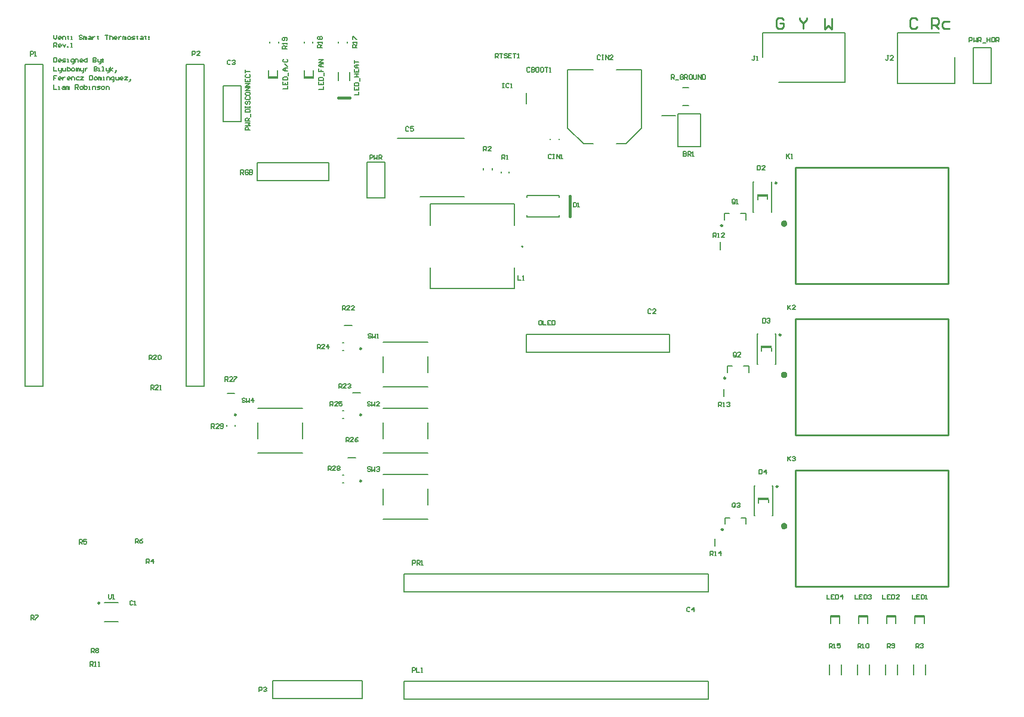
<source format=gto>
G04*
G04 #@! TF.GenerationSoftware,Altium Limited,Altium Designer,19.1.8 (144)*
G04*
G04 Layer_Color=65535*
%FSTAX44Y44*%
%MOMM*%
G71*
G01*
G75*
%ADD10C,0.2500*%
%ADD11C,0.5000*%
%ADD12C,0.2000*%
%ADD13C,0.2540*%
%ADD14C,0.4000*%
%ADD15C,0.1270*%
%ADD16R,1.3000X0.2040*%
%ADD17R,0.2720X0.4960*%
%ADD18R,0.2480X0.5200*%
%ADD19R,1.6210X0.3420*%
D10*
X00180828Y00179324D02*
G03*
X00180828Y00179324I-0000125J0D01*
G01*
X01065306Y00283624D02*
G03*
X01065306Y00283624I-0000125J0D01*
G01*
X01068862Y00498922D02*
G03*
X01068862Y00498922I-0000125J0D01*
G01*
X0037438Y0044668D02*
G03*
X0037438Y0044668I-0000125J0D01*
G01*
X0055218Y003527D02*
G03*
X0055218Y003527I-0000125J0D01*
G01*
Y0044668D02*
G03*
X0055218Y0044668I-0000125J0D01*
G01*
Y0054066D02*
G03*
X0055218Y0054066I-0000125J0D01*
G01*
X01064544Y00715584D02*
G03*
X01064544Y00715584I-0000125J0D01*
G01*
X01142955Y003448D02*
G03*
X01142955Y003448I-0000125J0D01*
G01*
X01147273Y00560258D02*
G03*
X01147273Y00560258I-0000125J0D01*
G01*
X01141431Y00776092D02*
G03*
X01141431Y00776092I-0000125J0D01*
G01*
D11*
X0115406Y0071833D02*
G03*
X0115406Y0071833I-0000219J0D01*
G01*
Y0028845D02*
G03*
X0115406Y0028845I-0000219J0D01*
G01*
Y0050339D02*
G03*
X0115406Y0050339I-0000219J0D01*
G01*
D12*
X00781441Y00685732D02*
G03*
X00781441Y00685732I-00000929J0D01*
G01*
X0018726Y0017974D02*
X0020726D01*
X0018726Y0015274D02*
X0020726D01*
X01337414Y00160956D02*
X01350414D01*
X01337414Y00149956D02*
Y00160956D01*
X01350414Y00149956D02*
Y00160956D01*
X0123078Y00149956D02*
Y00160956D01*
X0121778Y00149956D02*
Y00160956D01*
X0123078D01*
X01310536Y00149956D02*
Y00160956D01*
X01297536Y00149956D02*
Y00160956D01*
X01310536D01*
X01270658Y00149956D02*
Y00160956D01*
X01257658Y00149956D02*
Y00160956D01*
X01270658D01*
X01335414Y00077586D02*
Y00092086D01*
X01352414Y00077586D02*
Y00092086D01*
X0100769Y00886152D02*
X0101669D01*
X0100769Y00911152D02*
X0101669D01*
X01255658Y00077586D02*
Y00092086D01*
X01272658Y00077586D02*
Y00092086D01*
X01295536Y00077586D02*
Y00092086D01*
X01312536Y00077586D02*
Y00092086D01*
X0121578Y00077586D02*
Y00092086D01*
X0123278Y00077586D02*
Y00092086D01*
X013126Y0098904D02*
X013716D01*
X013126Y0091754D02*
Y0098904D01*
Y0091754D02*
X013941D01*
Y0095504D01*
X0112162D02*
Y0098904D01*
X0123812D01*
Y0091904D02*
Y0098904D01*
X0114412Y0091904D02*
X0123812D01*
X00602942Y00839432D02*
X00697942D01*
X00635692Y00756432D02*
X00697942D01*
X00978266Y008714D02*
X00997516D01*
X01001016Y0082728D02*
Y0087452D01*
Y0082728D02*
X01033016D01*
Y0087452D01*
X01001016D02*
X01033016D01*
X0047102Y00925328D02*
X0048402D01*
Y00936328D01*
X0047102Y00925328D02*
Y00936328D01*
X00612394Y00195072D02*
Y00220472D01*
X01044194D01*
Y00195072D02*
Y00220472D01*
X01025144Y00195072D02*
X01044194D01*
X00612394D02*
X01025144D01*
X00989076Y00535686D02*
Y00561086D01*
X00785876Y00535686D02*
X00989076D01*
X00785876D02*
Y00561086D01*
X00989076D01*
X00785902Y00888552D02*
Y00903802D01*
X01091056Y00300624D02*
X01098056D01*
Y00291624D02*
Y00300624D01*
X01068056D02*
X01075056D01*
X01068056Y00291624D02*
Y00300624D01*
X01094612Y00515922D02*
X01101612D01*
Y00506922D02*
Y00515922D01*
X01071612D02*
X01078612D01*
X01071612Y00506922D02*
Y00515922D01*
X0030353Y0050673D02*
Y0094488D01*
X0032893D01*
Y0048768D02*
Y0094488D01*
X0030353Y0048768D02*
X0032893D01*
X0030353D02*
Y0050673D01*
X0010033Y0048768D02*
Y0092583D01*
X0007493Y0048768D02*
X0010033D01*
X0007493D02*
Y0094488D01*
X0010033D01*
Y0092583D02*
Y0094488D01*
X0050546Y0077978D02*
Y0080518D01*
X0040386Y0077978D02*
X0050546D01*
X0040386Y0080518D02*
X0050546D01*
X0040386Y0077978D02*
Y0080518D01*
X00434498Y00975028D02*
Y00977028D01*
X00421998Y00975028D02*
Y00977028D01*
X0048337Y00975028D02*
Y00977028D01*
X0047087Y00975028D02*
Y00977028D01*
X00519743Y00975028D02*
Y00977028D01*
X00532243Y00975028D02*
Y00977028D01*
X00553212Y00043688D02*
Y00069088D01*
X00426212Y00043688D02*
X00553212D01*
X00426212Y00069088D02*
X00553212D01*
X00426212Y00043688D02*
Y00069088D01*
X00535727Y00921298D02*
Y00933358D01*
X00519727Y00921298D02*
Y00933358D01*
X0042022Y00925328D02*
Y00936328D01*
X0043322Y00925328D02*
Y00936328D01*
X0042022Y00925328D02*
X0043322D01*
X003556Y008636D02*
Y009144D01*
Y008636D02*
X00381D01*
Y009144D01*
X003556D02*
X00381D01*
X0040538Y0045568D02*
X0046838D01*
Y0041243D02*
Y0043593D01*
X0040538Y0039268D02*
X0046838D01*
X0040538Y0041243D02*
Y0043593D01*
X0058318Y0031845D02*
Y0034195D01*
Y002987D02*
X0064618D01*
Y0031845D02*
Y0034195D01*
X0058318Y003617D02*
X0064618D01*
X0058318Y0041243D02*
Y0043593D01*
Y0039268D02*
X0064618D01*
Y0041243D02*
Y0043593D01*
X0058318Y0045568D02*
X0064618D01*
X0058318Y0050641D02*
Y0052991D01*
Y0048666D02*
X0064618D01*
Y0050641D02*
Y0052991D01*
X0058318Y0054966D02*
X0064618D01*
X0037278Y00430546D02*
Y00432546D01*
X0036128Y00430546D02*
Y00432546D01*
X005254Y0034985D02*
X005274D01*
X005254Y0036135D02*
X005274D01*
X0036178Y00477266D02*
X0037228D01*
X0053323Y0038608D02*
X0054373D01*
X005254Y0044129D02*
X005274D01*
X005254Y0045279D02*
X005274D01*
X005254Y0053781D02*
X005274D01*
X005254Y0054931D02*
X005274D01*
X00539834Y00477774D02*
X00550334D01*
X0052815Y0057404D02*
X0053865D01*
X00738024Y00794942D02*
Y00796942D01*
X00725524Y00794942D02*
Y00796942D01*
X0105344Y0026018D02*
Y0027068D01*
X01066292Y00472524D02*
Y00483024D01*
X01061364Y00681312D02*
Y00691812D01*
X00750408Y0079021D02*
Y0079221D01*
X00761908Y0079021D02*
Y0079221D01*
X01090294Y00732584D02*
X01097294D01*
Y00723584D02*
Y00732584D01*
X01067294D02*
X01074294D01*
X01067294Y00723584D02*
Y00732584D01*
X0141986Y00967994D02*
X0144526D01*
Y00917194D02*
Y00967994D01*
X0141986Y00917194D02*
X0144526D01*
X0141986D02*
Y00967994D01*
X00559816Y00805434D02*
X00585216D01*
Y00754634D02*
Y00805434D01*
X00559816Y00754634D02*
X00585216D01*
X00559816D02*
Y00805434D01*
X0061214Y00042672D02*
Y00068072D01*
X0104394D01*
Y00042672D02*
Y00068072D01*
X0102489Y00042672D02*
X0104394D01*
X0061214D02*
X0102489D01*
X00769502Y00626172D02*
Y00656172D01*
Y00716172D02*
Y00746172D01*
X00649502Y00626172D02*
Y00656172D01*
Y00716172D02*
Y00746172D01*
X00769502D01*
X00649502Y00626172D02*
X00769502D01*
X01135705Y003033D02*
Y003463D01*
X01109655Y003033D02*
Y003463D01*
X0111018D01*
X0113518D02*
X01135705D01*
X01109655Y003033D02*
X0111018D01*
X0113518D02*
X01135705D01*
X01140023Y00518758D02*
Y00561758D01*
X01113973Y00518758D02*
Y00561758D01*
X01114498D01*
X01139498D02*
X01140023D01*
X01113973Y00518758D02*
X01114498D01*
X01139498D02*
X01140023D01*
X01134181Y00734592D02*
Y00777592D01*
X01108131Y00734592D02*
Y00777592D01*
X01108656D01*
X01133656D02*
X01134181D01*
X01108131Y00734592D02*
X01108656D01*
X01133656D02*
X01134181D01*
X00833072Y0072795D02*
Y0073045D01*
X00787072Y0072795D02*
Y0073045D01*
X00833072Y0075545D02*
Y0075795D01*
X00787072Y0075545D02*
Y0075795D01*
Y0072795D02*
X00833072D01*
X00787072Y0075795D02*
X00833072D01*
X00867262Y00831792D02*
X00880762D01*
X00844762Y00854292D02*
Y00936792D01*
X00880762D01*
X00913762D02*
X00949762D01*
Y00854292D02*
Y00936792D01*
X00927262Y00831792D02*
X00949762Y00854292D01*
X00913762Y00831792D02*
X00927262D01*
X00844762Y00854292D02*
X00867262Y00831792D01*
X00819892Y00838072D02*
Y00839072D01*
X00832392Y00838072D02*
Y00839072D01*
D13*
X011683Y0063282D02*
Y0079782D01*
Y0063282D02*
X013843D01*
Y0079782D01*
X011683D02*
X013843D01*
X011683Y0020294D02*
Y0036794D01*
Y0020294D02*
X013843D01*
Y0036794D01*
X011683D02*
X013843D01*
X011683Y0041788D02*
Y0058288D01*
Y0041788D02*
X013843D01*
Y0058288D01*
X011683D02*
X013843D01*
X01340355Y01007868D02*
X01337816Y01010407D01*
X01332737D01*
X01330198Y01007868D01*
Y00997711D01*
X01332737Y00995172D01*
X01337816D01*
X01340355Y00997711D01*
X01361186Y00995172D02*
Y01010407D01*
X01368804D01*
X01371343Y01007868D01*
Y0100279D01*
X01368804Y0100025D01*
X01361186D01*
X01366264D02*
X01371343Y00995172D01*
X01386578Y01005329D02*
X0137896D01*
X01376421Y0100279D01*
Y00997711D01*
X0137896Y00995172D01*
X01386578D01*
X01150617Y01007868D02*
X01148077Y01010407D01*
X01142999D01*
X0114046Y01007868D01*
Y00997711D01*
X01142999Y00995172D01*
X01148077D01*
X01150617Y00997711D01*
Y0100279D01*
X01145538D01*
X01174242Y01010407D02*
Y01007868D01*
X0117932Y0100279D01*
X01184399Y01007868D01*
Y01010407D01*
X0117932Y0100279D02*
Y00995172D01*
X01209294Y01009899D02*
Y00994664D01*
X01214372Y00999742D01*
X01219451Y00994664D01*
Y01009899D01*
D14*
X00519727Y00897328D02*
X00535727D01*
X00847572Y0072835D02*
Y0075755D01*
D15*
X0011557Y00986009D02*
Y00981777D01*
X00117686Y00979661D01*
X00119802Y00981777D01*
Y00986009D01*
X00125092Y00979661D02*
X00122976D01*
X00121918Y00980719D01*
Y00982835D01*
X00122976Y00983893D01*
X00125092D01*
X0012615Y00982835D01*
Y00981777D01*
X00121918D01*
X00128266Y00979661D02*
Y00983893D01*
X0013144D01*
X00132498Y00982835D01*
Y00979661D01*
X00135672Y00984951D02*
Y00983893D01*
X00134614D01*
X0013673D01*
X00135672D01*
Y00980719D01*
X0013673Y00979661D01*
X00139904D02*
X0014202D01*
X00140962D01*
Y00983893D01*
X00139904D01*
X00155774Y00984951D02*
X00154716Y00986009D01*
X001526D01*
X00151542Y00984951D01*
Y00983893D01*
X001526Y00982835D01*
X00154716D01*
X00155774Y00981777D01*
Y00980719D01*
X00154716Y00979661D01*
X001526D01*
X00151542Y00980719D01*
X0015789Y00979661D02*
Y00983893D01*
X00158948D01*
X00160006Y00982835D01*
Y00979661D01*
Y00982835D01*
X00161064Y00983893D01*
X00162122Y00982835D01*
Y00979661D01*
X00165296Y00983893D02*
X00167412D01*
X0016847Y00982835D01*
Y00979661D01*
X00165296D01*
X00164238Y00980719D01*
X00165296Y00981777D01*
X0016847D01*
X00170585Y00983893D02*
Y00979661D01*
Y00981777D01*
X00171644Y00982835D01*
X00172701Y00983893D01*
X00173759D01*
X00177991Y00984951D02*
Y00983893D01*
X00176933D01*
X00179049D01*
X00177991D01*
Y00980719D01*
X00179049Y00979661D01*
X00188571Y00986009D02*
X00192803D01*
X00190687D01*
Y00979661D01*
X00194919Y00986009D02*
Y00979661D01*
Y00982835D01*
X00195977Y00983893D01*
X00198093D01*
X00199151Y00982835D01*
Y00979661D01*
X00204441D02*
X00202325D01*
X00201267Y00980719D01*
Y00982835D01*
X00202325Y00983893D01*
X00204441D01*
X00205499Y00982835D01*
Y00981777D01*
X00201267D01*
X00207615Y00983893D02*
Y00979661D01*
Y00981777D01*
X00208673Y00982835D01*
X00209731Y00983893D01*
X00210789D01*
X00213963Y00979661D02*
Y00983893D01*
X00215021D01*
X00216079Y00982835D01*
Y00979661D01*
Y00982835D01*
X00217137Y00983893D01*
X00218195Y00982835D01*
Y00979661D01*
X00221369D02*
X00223485D01*
X00224543Y00980719D01*
Y00982835D01*
X00223485Y00983893D01*
X00221369D01*
X00220311Y00982835D01*
Y00980719D01*
X00221369Y00979661D01*
X00226659D02*
X00229833D01*
X00230891Y00980719D01*
X00229833Y00981777D01*
X00227717D01*
X00226659Y00982835D01*
X00227717Y00983893D01*
X00230891D01*
X00234065Y00984951D02*
Y00983893D01*
X00233007D01*
X00235123D01*
X00234065D01*
Y00980719D01*
X00235123Y00979661D01*
X00239355Y00983893D02*
X00241471D01*
X00242529Y00982835D01*
Y00979661D01*
X00239355D01*
X00238297Y00980719D01*
X00239355Y00981777D01*
X00242529D01*
X00245703Y00984951D02*
Y00983893D01*
X00244645D01*
X00246761D01*
X00245703D01*
Y00980719D01*
X00246761Y00979661D01*
X00249935Y00983893D02*
X00250993D01*
Y00982835D01*
X00249935D01*
Y00983893D01*
Y00980719D02*
X00250993D01*
Y00979661D01*
X00249935D01*
Y00980719D01*
X0011557Y00968996D02*
Y00975343D01*
X00118744D01*
X00119802Y00974286D01*
Y0097217D01*
X00118744Y00971112D01*
X0011557D01*
X00117686D02*
X00119802Y00968996D01*
X00125092D02*
X00122976D01*
X00121918Y00970054D01*
Y0097217D01*
X00122976Y00973228D01*
X00125092D01*
X0012615Y0097217D01*
Y00971112D01*
X00121918D01*
X00128266Y00973228D02*
X00130382Y00968996D01*
X00132498Y00973228D01*
X00134614Y00968996D02*
Y00970054D01*
X00135672D01*
Y00968996D01*
X00134614D01*
X00139904D02*
X0014202D01*
X00140962D01*
Y00975343D01*
X00139904Y00974286D01*
X0011557Y00954013D02*
Y00947664D01*
X00118744D01*
X00119802Y00948723D01*
Y00952954D01*
X00118744Y00954013D01*
X0011557D01*
X00125092Y00947664D02*
X00122976D01*
X00121918Y00948723D01*
Y00950838D01*
X00122976Y00951897D01*
X00125092D01*
X0012615Y00950838D01*
Y00949781D01*
X00121918D01*
X00128266Y00947664D02*
X0013144D01*
X00132498Y00948723D01*
X0013144Y00949781D01*
X00129324D01*
X00128266Y00950838D01*
X00129324Y00951897D01*
X00132498D01*
X00134614Y00947664D02*
X0013673D01*
X00135672D01*
Y00951897D01*
X00134614D01*
X0014202Y00945549D02*
X00143078D01*
X00144136Y00946607D01*
Y00951897D01*
X00140962D01*
X00139904Y00950838D01*
Y00948723D01*
X00140962Y00947664D01*
X00144136D01*
X00146252D02*
Y00951897D01*
X00149426D01*
X00150484Y00950838D01*
Y00947664D01*
X00155774D02*
X00153658D01*
X001526Y00948723D01*
Y00950838D01*
X00153658Y00951897D01*
X00155774D01*
X00156832Y00950838D01*
Y00949781D01*
X001526D01*
X0016318Y00954013D02*
Y00947664D01*
X00160006D01*
X00158948Y00948723D01*
Y00950838D01*
X00160006Y00951897D01*
X0016318D01*
X00171644Y00954013D02*
Y00947664D01*
X00174818D01*
X00175875Y00948723D01*
Y00949781D01*
X00174818Y00950838D01*
X00171644D01*
X00174818D01*
X00175875Y00951897D01*
Y00952954D01*
X00174818Y00954013D01*
X00171644D01*
X00177991Y00951897D02*
Y00948723D01*
X00179049Y00947664D01*
X00182223D01*
Y00946607D01*
X00181165Y00945549D01*
X00180107D01*
X00182223Y00947664D02*
Y00951897D01*
X00184339D02*
X00185397D01*
Y00950838D01*
X00184339D01*
Y00951897D01*
Y00948723D02*
X00185397D01*
Y00947664D01*
X00184339D01*
Y00948723D01*
X0011557Y00941231D02*
Y00934883D01*
X00119802D01*
X00121918Y00939115D02*
Y00935941D01*
X00122976Y00934883D01*
X0012615D01*
Y00933825D01*
X00125092Y00932767D01*
X00124034D01*
X0012615Y00934883D02*
Y00939115D01*
X00128266D02*
Y00935941D01*
X00129324Y00934883D01*
X00132498D01*
Y00939115D01*
X00134614Y00941231D02*
Y00934883D01*
X00137788D01*
X00138846Y00935941D01*
Y00936999D01*
Y00938057D01*
X00137788Y00939115D01*
X00134614D01*
X0014202Y00934883D02*
X00144136D01*
X00145194Y00935941D01*
Y00938057D01*
X00144136Y00939115D01*
X0014202D01*
X00140962Y00938057D01*
Y00935941D01*
X0014202Y00934883D01*
X0014731D02*
Y00939115D01*
X00148368D01*
X00149426Y00938057D01*
Y00934883D01*
Y00938057D01*
X00150484Y00939115D01*
X00151542Y00938057D01*
Y00934883D01*
X00153658Y00939115D02*
Y00935941D01*
X00154716Y00934883D01*
X0015789D01*
Y00933825D01*
X00156832Y00932767D01*
X00155774D01*
X0015789Y00934883D02*
Y00939115D01*
X00160006D02*
Y00934883D01*
Y00936999D01*
X00161064Y00938057D01*
X00162122Y00939115D01*
X0016318D01*
X00172701Y00941231D02*
Y00934883D01*
X00175875D01*
X00176933Y00935941D01*
Y00936999D01*
X00175875Y00938057D01*
X00172701D01*
X00175875D01*
X00176933Y00939115D01*
Y00940173D01*
X00175875Y00941231D01*
X00172701D01*
X00179049Y00934883D02*
X00181165D01*
X00180107D01*
Y00939115D01*
X00179049D01*
X00184339Y00934883D02*
X00186455D01*
X00185397D01*
Y00941231D01*
X00184339D01*
X00189629Y00939115D02*
Y00935941D01*
X00190687Y00934883D01*
X00193861D01*
Y00933825D01*
X00192803Y00932767D01*
X00191745D01*
X00193861Y00934883D02*
Y00939115D01*
X00195977Y00934883D02*
Y00941231D01*
Y00936999D02*
X00199151Y00939115D01*
X00195977Y00936999D02*
X00199151Y00934883D01*
X00203383Y00933825D02*
X00204441Y00934883D01*
Y00935941D01*
X00203383D01*
Y00934883D01*
X00204441D01*
X00203383Y00933825D01*
X00202325Y00932767D01*
X00119802Y00928449D02*
X0011557D01*
Y00925275D01*
X00117686D01*
X0011557D01*
Y00922102D01*
X00125092D02*
X00122976D01*
X00121918Y00923159D01*
Y00925275D01*
X00122976Y00926333D01*
X00125092D01*
X0012615Y00925275D01*
Y00924218D01*
X00121918D01*
X00128266Y00926333D02*
Y00922102D01*
Y00924218D01*
X00129324Y00925275D01*
X00130382Y00926333D01*
X0013144D01*
X00137788Y00922102D02*
X00135672D01*
X00134614Y00923159D01*
Y00925275D01*
X00135672Y00926333D01*
X00137788D01*
X00138846Y00925275D01*
Y00924218D01*
X00134614D01*
X00140962Y00922102D02*
Y00926333D01*
X00144136D01*
X00145194Y00925275D01*
Y00922102D01*
X00151542Y00926333D02*
X00148368D01*
X0014731Y00925275D01*
Y00923159D01*
X00148368Y00922102D01*
X00151542D01*
X00153658Y00926333D02*
X0015789D01*
X00153658Y00922102D01*
X0015789D01*
X00166353Y00928449D02*
Y00922102D01*
X00169527D01*
X00170585Y00923159D01*
Y00927392D01*
X00169527Y00928449D01*
X00166353D01*
X00173759Y00922102D02*
X00175875D01*
X00176933Y00923159D01*
Y00925275D01*
X00175875Y00926333D01*
X00173759D01*
X00172701Y00925275D01*
Y00923159D01*
X00173759Y00922102D01*
X00179049D02*
Y00926333D01*
X00180107D01*
X00181165Y00925275D01*
Y00922102D01*
Y00925275D01*
X00182223Y00926333D01*
X00183281Y00925275D01*
Y00922102D01*
X00185397D02*
X00187513D01*
X00186455D01*
Y00926333D01*
X00185397D01*
X00190687Y00922102D02*
Y00926333D01*
X00193861D01*
X00194919Y00925275D01*
Y00922102D01*
X00199151Y00919986D02*
X00200209D01*
X00201267Y00921043D01*
Y00926333D01*
X00198093D01*
X00197035Y00925275D01*
Y00923159D01*
X00198093Y00922102D01*
X00201267D01*
X00203383Y00926333D02*
Y00923159D01*
X00204441Y00922102D01*
X00207615D01*
Y00926333D01*
X00212905Y00922102D02*
X00210789D01*
X00209731Y00923159D01*
Y00925275D01*
X00210789Y00926333D01*
X00212905D01*
X00213963Y00925275D01*
Y00924218D01*
X00209731D01*
X00216079Y00926333D02*
X00220311D01*
X00216079Y00922102D01*
X00220311D01*
X00223485Y00921043D02*
X00224543Y00922102D01*
Y00923159D01*
X00223485D01*
Y00922102D01*
X00224543D01*
X00223485Y00921043D01*
X00222427Y00919986D01*
X0011557Y00915668D02*
Y0090932D01*
X00119802D01*
X00121918D02*
X00124034D01*
X00122976D01*
Y00913552D01*
X00121918D01*
X00128266D02*
X00130382D01*
X0013144Y00912494D01*
Y0090932D01*
X00128266D01*
X00127208Y00910378D01*
X00128266Y00911436D01*
X0013144D01*
X00133556Y0090932D02*
Y00913552D01*
X00134614D01*
X00135672Y00912494D01*
Y0090932D01*
Y00912494D01*
X0013673Y00913552D01*
X00137788Y00912494D01*
Y0090932D01*
X00146252D02*
Y00915668D01*
X00149426D01*
X00150484Y0091461D01*
Y00912494D01*
X00149426Y00911436D01*
X00146252D01*
X00148368D02*
X00150484Y0090932D01*
X00153658D02*
X00155774D01*
X00156832Y00910378D01*
Y00912494D01*
X00155774Y00913552D01*
X00153658D01*
X001526Y00912494D01*
Y00910378D01*
X00153658Y0090932D01*
X00158948Y00915668D02*
Y0090932D01*
X00162122D01*
X0016318Y00910378D01*
Y00911436D01*
Y00912494D01*
X00162122Y00913552D01*
X00158948D01*
X00165296Y0090932D02*
X00167411D01*
X00166353D01*
Y00913552D01*
X00165296D01*
X00170585Y0090932D02*
Y00913552D01*
X00173759D01*
X00174818Y00912494D01*
Y0090932D01*
X00176933D02*
X00180107D01*
X00181165Y00910378D01*
X00180107Y00911436D01*
X00177991D01*
X00176933Y00912494D01*
X00177991Y00913552D01*
X00181165D01*
X00184339Y0090932D02*
X00186455D01*
X00187513Y00910378D01*
Y00912494D01*
X00186455Y00913552D01*
X00184339D01*
X00183281Y00912494D01*
Y00910378D01*
X00184339Y0090932D01*
X00189629D02*
Y00913552D01*
X00192803D01*
X00193861Y00912494D01*
Y0090932D01*
X00991666Y00923439D02*
Y00929787D01*
X0099484D01*
X00995898Y00928729D01*
Y00926613D01*
X0099484Y00925555D01*
X00991666D01*
X00993782D02*
X00995898Y00923439D01*
X00998014Y00922381D02*
X01002246D01*
X01008594Y00928729D02*
X01007536Y00929787D01*
X0100542D01*
X01004362Y00928729D01*
Y00924497D01*
X0100542Y00923439D01*
X01007536D01*
X01008594Y00924497D01*
Y00926613D01*
X01006478D01*
X0101071Y00923439D02*
Y00929787D01*
X01013884D01*
X01014942Y00928729D01*
Y00926613D01*
X01013884Y00925555D01*
X0101071D01*
X01012826D02*
X01014942Y00923439D01*
X01020232Y00929787D02*
X01018116D01*
X01017058Y00928729D01*
Y00924497D01*
X01018116Y00923439D01*
X01020232D01*
X0102129Y00924497D01*
Y00928729D01*
X01020232Y00929787D01*
X01023406D02*
Y00924497D01*
X01024464Y00923439D01*
X0102658D01*
X01027638Y00924497D01*
Y00929787D01*
X01029754Y00923439D02*
Y00929787D01*
X01033986Y00923439D01*
Y00929787D01*
X01036102D02*
Y00923439D01*
X01039276D01*
X01040334Y00924497D01*
Y00928729D01*
X01039276Y00929787D01*
X01036102D01*
X01256477Y00115444D02*
Y00121792D01*
X01259651D01*
X01260709Y00120734D01*
Y00118618D01*
X01259651Y0011756D01*
X01256477D01*
X01258593D02*
X01260709Y00115444D01*
X01262825D02*
X01264941D01*
X01263883D01*
Y00121792D01*
X01262825Y00120734D01*
X01268115D02*
X01269173Y00121792D01*
X01271289D01*
X01272347Y00120734D01*
Y00116502D01*
X01271289Y00115444D01*
X01269173D01*
X01268115Y00116502D01*
Y00120734D01*
X01298238Y00115444D02*
Y00121792D01*
X01301412D01*
X0130247Y00120734D01*
Y00118618D01*
X01301412Y0011756D01*
X01298238D01*
X01300354D02*
X0130247Y00115444D01*
X01304586Y00116502D02*
X01305644Y00115444D01*
X0130776D01*
X01308818Y00116502D01*
Y00120734D01*
X0130776Y00121792D01*
X01305644D01*
X01304586Y00120734D01*
Y00119676D01*
X01305644Y00118618D01*
X01308818D01*
X01212388Y00191388D02*
Y0018504D01*
X0121662D01*
X01222968Y00191388D02*
X01218736D01*
Y0018504D01*
X01222968D01*
X01218736Y00188214D02*
X01220852D01*
X01225084Y00191388D02*
Y0018504D01*
X01228258D01*
X01229316Y00186098D01*
Y0019033D01*
X01228258Y00191388D01*
X01225084D01*
X01234606Y0018504D02*
Y00191388D01*
X01231432Y00188214D01*
X01235664D01*
X01252266Y00191388D02*
Y0018504D01*
X01256498D01*
X01262846Y00191388D02*
X01258614D01*
Y0018504D01*
X01262846D01*
X01258614Y00188214D02*
X0126073D01*
X01264962Y00191388D02*
Y0018504D01*
X01268136D01*
X01269194Y00186098D01*
Y0019033D01*
X01268136Y00191388D01*
X01264962D01*
X0127131Y0019033D02*
X01272368Y00191388D01*
X01274484D01*
X01275542Y0019033D01*
Y00189272D01*
X01274484Y00188214D01*
X01273426D01*
X01274484D01*
X01275542Y00187156D01*
Y00186098D01*
X01274484Y0018504D01*
X01272368D01*
X0127131Y00186098D01*
X0129189Y00191388D02*
Y0018504D01*
X01296122D01*
X0130247Y00191388D02*
X01298238D01*
Y0018504D01*
X0130247D01*
X01298238Y00188214D02*
X01300354D01*
X01304586Y00191388D02*
Y0018504D01*
X0130776D01*
X01308818Y00186098D01*
Y0019033D01*
X0130776Y00191388D01*
X01304586D01*
X01315166Y0018504D02*
X01310934D01*
X01315166Y00189272D01*
Y0019033D01*
X01314108Y00191388D01*
X01311992D01*
X01310934Y0019033D01*
X01333588Y00191388D02*
Y0018504D01*
X0133782D01*
X01344168Y00191388D02*
X01339936D01*
Y0018504D01*
X01344168D01*
X01339936Y00188214D02*
X01342052D01*
X01346284Y00191388D02*
Y0018504D01*
X01349458D01*
X01350516Y00186098D01*
Y0019033D01*
X01349458Y00191388D01*
X01346284D01*
X01352632Y0018504D02*
X01354748D01*
X0135369D01*
Y00191388D01*
X01352632Y0019033D01*
X01338624Y00115444D02*
Y00121792D01*
X01341798D01*
X01342856Y00120734D01*
Y00118618D01*
X01341798Y0011756D01*
X01338624D01*
X0134074D02*
X01342856Y00115444D01*
X01344972Y00120734D02*
X0134603Y00121792D01*
X01348146D01*
X01349204Y00120734D01*
Y00119676D01*
X01348146Y00118618D01*
X01347088D01*
X01348146D01*
X01349204Y0011756D01*
Y00116502D01*
X01348146Y00115444D01*
X0134603D01*
X01344972Y00116502D01*
X00742024Y00953644D02*
Y00959992D01*
X00745198D01*
X00746256Y00958934D01*
Y00956818D01*
X00745198Y0095576D01*
X00742024D01*
X0074414D02*
X00746256Y00953644D01*
X00748372Y00959992D02*
X00752604D01*
X00750488D01*
Y00953644D01*
X00758952Y00958934D02*
X00757894Y00959992D01*
X00755778D01*
X0075472Y00958934D01*
Y00957876D01*
X00755778Y00956818D01*
X00757894D01*
X00758952Y0095576D01*
Y00954702D01*
X00757894Y00953644D01*
X00755778D01*
X0075472Y00954702D01*
X007653Y00959992D02*
X00761068D01*
Y00953644D01*
X007653D01*
X00761068Y00956818D02*
X00763184D01*
X00767416Y00959992D02*
X00771648D01*
X00769532D01*
Y00953644D01*
X00773764D02*
X0077588D01*
X00774822D01*
Y00959992D01*
X00773764Y00958934D01*
X00725468Y0082147D02*
Y00827818D01*
X00728642D01*
X007297Y0082676D01*
Y00824644D01*
X00728642Y00823586D01*
X00725468D01*
X00727584D02*
X007297Y0082147D01*
X00736048D02*
X00731816D01*
X00736048Y00825702D01*
Y0082676D01*
X0073499Y00827818D01*
X00732874D01*
X00731816Y0082676D01*
X00751672Y0080988D02*
Y00816228D01*
X00754846D01*
X00755904Y0081517D01*
Y00813054D01*
X00754846Y00811996D01*
X00751672D01*
X00753788D02*
X00755904Y0080988D01*
X0075802D02*
X00760136D01*
X00759078D01*
Y00816228D01*
X0075802Y0081517D01*
X00564052Y0080988D02*
Y00816228D01*
X00567226D01*
X00568284Y0081517D01*
Y00813054D01*
X00567226Y00811996D01*
X00564052D01*
X005704Y00816228D02*
Y0080988D01*
X00572516Y00811996D01*
X00574632Y0080988D01*
Y00816228D01*
X00576748Y0080988D02*
Y00816228D01*
X00579922D01*
X0058098Y0081517D01*
Y00813054D01*
X00579922Y00811996D01*
X00576748D01*
X00578864D02*
X0058098Y0080988D01*
X00752329Y00917574D02*
X00754445D01*
X00753387D01*
Y00911226D01*
X00752329D01*
X00754445D01*
X00761851Y00916516D02*
X00760793Y00917574D01*
X00758677D01*
X00757619Y00916516D01*
Y00912284D01*
X00758677Y00911226D01*
X00760793D01*
X00761851Y00912284D01*
X00763967Y00911226D02*
X00766083D01*
X00765025D01*
Y00917574D01*
X00763967Y00916516D01*
X00852764Y0074841D02*
Y00742062D01*
X00855938D01*
X00856996Y0074312D01*
Y00747352D01*
X00855938Y0074841D01*
X00852764D01*
X00859112Y00742062D02*
X00861228D01*
X0086017D01*
Y0074841D01*
X00859112Y00747352D01*
X00891267Y00956648D02*
X00890209Y00957706D01*
X00888093D01*
X00887035Y00956648D01*
Y00952416D01*
X00888093Y00951358D01*
X00890209D01*
X00891267Y00952416D01*
X00893383Y00957706D02*
X00895499D01*
X00894441D01*
Y00951358D01*
X00893383D01*
X00895499D01*
X00898673D02*
Y00957706D01*
X00902905Y00951358D01*
Y00957706D01*
X00909253Y00951358D02*
X00905021D01*
X00909253Y0095559D01*
Y00956648D01*
X00908195Y00957706D01*
X00906079D01*
X00905021Y00956648D01*
X00821459Y00815932D02*
X00820401Y0081699D01*
X00818285D01*
X00817227Y00815932D01*
Y008117D01*
X00818285Y00810642D01*
X00820401D01*
X00821459Y008117D01*
X00823575Y0081699D02*
X00825691D01*
X00824633D01*
Y00810642D01*
X00823575D01*
X00825691D01*
X00828865D02*
Y0081699D01*
X00833097Y00810642D01*
Y0081699D01*
X00835213Y00810642D02*
X00837329D01*
X00836271D01*
Y0081699D01*
X00835213Y00815932D01*
X00791214Y00939122D02*
X00790156Y0094018D01*
X0078804D01*
X00786982Y00939122D01*
Y0093489D01*
X0078804Y00933832D01*
X00790156D01*
X00791214Y0093489D01*
X0079333Y0094018D02*
Y00933832D01*
X00796504D01*
X00797562Y0093489D01*
Y00935948D01*
X00796504Y00937006D01*
X0079333D01*
X00796504D01*
X00797562Y00938064D01*
Y00939122D01*
X00796504Y0094018D01*
X0079333D01*
X00802852D02*
X00800736D01*
X00799678Y00939122D01*
Y0093489D01*
X00800736Y00933832D01*
X00802852D01*
X0080391Y0093489D01*
Y00939122D01*
X00802852Y0094018D01*
X008092D02*
X00807084D01*
X00806026Y00939122D01*
Y0093489D01*
X00807084Y00933832D01*
X008092D01*
X00810258Y0093489D01*
Y00939122D01*
X008092Y0094018D01*
X00812374D02*
X00816606D01*
X0081449D01*
Y00933832D01*
X00818722D02*
X00820838D01*
X0081978D01*
Y0094018D01*
X00818722Y00939122D01*
X00619464Y00855048D02*
X00618406Y00856106D01*
X0061629D01*
X00615232Y00855048D01*
Y00850816D01*
X0061629Y00849758D01*
X00618406D01*
X00619464Y00850816D01*
X00625812Y00856106D02*
X0062158D01*
Y00852932D01*
X00623696Y0085399D01*
X00624754D01*
X00625812Y00852932D01*
Y00850816D01*
X00624754Y00849758D01*
X00622638D01*
X0062158Y00850816D01*
X01008968Y00820682D02*
Y00814334D01*
X01012142D01*
X010132Y00815392D01*
Y0081645D01*
X01012142Y00817508D01*
X01008968D01*
X01012142D01*
X010132Y00818566D01*
Y00819624D01*
X01012142Y00820682D01*
X01008968D01*
X01015316Y00814334D02*
Y00820682D01*
X0101849D01*
X01019548Y00819624D01*
Y00817508D01*
X0101849Y0081645D01*
X01015316D01*
X01017432D02*
X01019548Y00814334D01*
X01021664D02*
X0102378D01*
X01022722D01*
Y00820682D01*
X01021664Y00819624D01*
X00774532Y00644524D02*
Y00638176D01*
X00778764D01*
X0078088D02*
X00782996D01*
X00781938D01*
Y00644524D01*
X0078088Y00643466D01*
X00193126Y00191642D02*
Y00186352D01*
X00194184Y00185294D01*
X001963D01*
X00197358Y00186352D01*
Y00191642D01*
X00199474Y00185294D02*
X0020159D01*
X00200532D01*
Y00191642D01*
X00199474Y00190584D01*
X00167113Y0008979D02*
Y00096138D01*
X00170287D01*
X00171345Y0009508D01*
Y00092964D01*
X00170287Y00091906D01*
X00167113D01*
X00169229D02*
X00171345Y0008979D01*
X00173461D02*
X00175577D01*
X00174519D01*
Y00096138D01*
X00173461Y0009508D01*
X00178751Y0008979D02*
X00180867D01*
X00179809D01*
Y00096138D01*
X00178751Y0009508D01*
X001687Y0010884D02*
Y00115188D01*
X00171874D01*
X00172932Y0011413D01*
Y00112014D01*
X00171874Y00110956D01*
X001687D01*
X00170816D02*
X00172932Y0010884D01*
X00175048Y0011413D02*
X00176106Y00115188D01*
X00178222D01*
X0017928Y0011413D01*
Y00113072D01*
X00178222Y00112014D01*
X0017928Y00110956D01*
Y00109898D01*
X00178222Y0010884D01*
X00176106D01*
X00175048Y00109898D01*
Y00110956D01*
X00176106Y00112014D01*
X00175048Y00113072D01*
Y0011413D01*
X00176106Y00112014D02*
X00178222D01*
X00083102Y00155576D02*
Y00161924D01*
X00086276D01*
X00087334Y00160866D01*
Y0015875D01*
X00086276Y00157692D01*
X00083102D01*
X00085218D02*
X00087334Y00155576D01*
X0008945Y00161924D02*
X00093682D01*
Y00160866D01*
X0008945Y00156634D01*
Y00155576D01*
X00231184Y00264542D02*
Y0027089D01*
X00234358D01*
X00235416Y00269832D01*
Y00267716D01*
X00234358Y00266658D01*
X00231184D01*
X002333D02*
X00235416Y00264542D01*
X00241764Y0027089D02*
X00239648Y00269832D01*
X00237532Y00267716D01*
Y002656D01*
X0023859Y00264542D01*
X00240706D01*
X00241764Y002656D01*
Y00266658D01*
X00240706Y00267716D01*
X00237532D01*
X00151682Y00263272D02*
Y0026962D01*
X00154856D01*
X00155914Y00268562D01*
Y00266446D01*
X00154856Y00265388D01*
X00151682D01*
X00153798D02*
X00155914Y00263272D01*
X00162262Y0026962D02*
X0015803D01*
Y00266446D01*
X00160146Y00267504D01*
X00161204D01*
X00162262Y00266446D01*
Y0026433D01*
X00161204Y00263272D01*
X00159088D01*
X0015803Y0026433D01*
X00247186Y00235586D02*
Y00241934D01*
X0025036D01*
X00251418Y00240876D01*
Y0023876D01*
X0025036Y00237702D01*
X00247186D01*
X00249302D02*
X00251418Y00235586D01*
X00256708D02*
Y00241934D01*
X00253534Y0023876D01*
X00257766D01*
X00227838Y00181582D02*
X0022678Y0018264D01*
X00224664D01*
X00223606Y00181582D01*
Y0017735D01*
X00224664Y00176292D01*
X0022678D01*
X00227838Y0017735D01*
X00229954Y00176292D02*
X0023207D01*
X00231012D01*
Y0018264D01*
X00229954Y00181582D01*
X00386928Y00469476D02*
X0038587Y00470534D01*
X00383754D01*
X00382696Y00469476D01*
Y00468418D01*
X00383754Y0046736D01*
X0038587D01*
X00386928Y00466302D01*
Y00465244D01*
X0038587Y00464186D01*
X00383754D01*
X00382696Y00465244D01*
X00389044Y00470534D02*
Y00464186D01*
X0039116Y00466302D01*
X00393276Y00464186D01*
Y00470534D01*
X00398566Y00464186D02*
Y00470534D01*
X00395392Y0046736D01*
X00399624D01*
X00564982Y0037194D02*
X00563924Y00372998D01*
X00561808D01*
X0056075Y0037194D01*
Y00370882D01*
X00561808Y00369824D01*
X00563924D01*
X00564982Y00368766D01*
Y00367708D01*
X00563924Y0036665D01*
X00561808D01*
X0056075Y00367708D01*
X00567098Y00372998D02*
Y0036665D01*
X00569214Y00368766D01*
X0057133Y0036665D01*
Y00372998D01*
X00573446Y0037194D02*
X00574504Y00372998D01*
X0057662D01*
X00577678Y0037194D01*
Y00370882D01*
X0057662Y00369824D01*
X00575562D01*
X0057662D01*
X00577678Y00368766D01*
Y00367708D01*
X0057662Y0036665D01*
X00574504D01*
X00573446Y00367708D01*
X00564728Y00464396D02*
X0056367Y00465454D01*
X00561554D01*
X00560496Y00464396D01*
Y00463338D01*
X00561554Y0046228D01*
X0056367D01*
X00564728Y00461222D01*
Y00460164D01*
X0056367Y00459106D01*
X00561554D01*
X00560496Y00460164D01*
X00566844Y00465454D02*
Y00459106D01*
X0056896Y00461222D01*
X00571076Y00459106D01*
Y00465454D01*
X00577424Y00459106D02*
X00573192D01*
X00577424Y00463338D01*
Y00464396D01*
X00576366Y00465454D01*
X0057425D01*
X00573192Y00464396D01*
X00565786Y00560916D02*
X00564728Y00561974D01*
X00562612D01*
X00561554Y00560916D01*
Y00559858D01*
X00562612Y005588D01*
X00564728D01*
X00565786Y00557742D01*
Y00556684D01*
X00564728Y00555626D01*
X00562612D01*
X00561554Y00556684D01*
X00567902Y00561974D02*
Y00555626D01*
X00570018Y00557742D01*
X00572134Y00555626D01*
Y00561974D01*
X0057425Y00555626D02*
X00576366D01*
X00575308D01*
Y00561974D01*
X0057425Y00560916D01*
X00339262Y0042761D02*
Y00433958D01*
X00342436D01*
X00343494Y004329D01*
Y00430784D01*
X00342436Y00429726D01*
X00339262D01*
X00341378D02*
X00343494Y0042761D01*
X00349842D02*
X0034561D01*
X00349842Y00431842D01*
Y004329D01*
X00348784Y00433958D01*
X00346668D01*
X0034561Y004329D01*
X00351958Y00428668D02*
X00353016Y0042761D01*
X00355132D01*
X0035619Y00428668D01*
Y004329D01*
X00355132Y00433958D01*
X00353016D01*
X00351958Y004329D01*
Y00431842D01*
X00353016Y00430784D01*
X0035619D01*
X00504616Y00367666D02*
Y00374014D01*
X0050779D01*
X00508848Y00372956D01*
Y0037084D01*
X0050779Y00369782D01*
X00504616D01*
X00506732D02*
X00508848Y00367666D01*
X00515196D02*
X00510964D01*
X00515196Y00371898D01*
Y00372956D01*
X00514138Y00374014D01*
X00512022D01*
X00510964Y00372956D01*
X00517312D02*
X0051837Y00374014D01*
X00520486D01*
X00521544Y00372956D01*
Y00371898D01*
X00520486Y0037084D01*
X00521544Y00369782D01*
Y00368724D01*
X00520486Y00367666D01*
X0051837D01*
X00517312Y00368724D01*
Y00369782D01*
X0051837Y0037084D01*
X00517312Y00371898D01*
Y00372956D01*
X0051837Y0037084D02*
X00520486D01*
X00358566Y00494412D02*
Y0050076D01*
X0036174D01*
X00362798Y00499702D01*
Y00497586D01*
X0036174Y00496528D01*
X00358566D01*
X00360682D02*
X00362798Y00494412D01*
X00369146D02*
X00364914D01*
X00369146Y00498644D01*
Y00499702D01*
X00368088Y0050076D01*
X00365972D01*
X00364914Y00499702D01*
X00371262Y0050076D02*
X00375494D01*
Y00499702D01*
X00371262Y0049547D01*
Y00494412D01*
X00530016Y00408306D02*
Y00414654D01*
X0053319D01*
X00534248Y00413596D01*
Y0041148D01*
X0053319Y00410422D01*
X00530016D01*
X00532132D02*
X00534248Y00408306D01*
X00540596D02*
X00536364D01*
X00540596Y00412538D01*
Y00413596D01*
X00539538Y00414654D01*
X00537422D01*
X00536364Y00413596D01*
X00546944Y00414654D02*
X00544828Y00413596D01*
X00542712Y0041148D01*
Y00409364D01*
X0054377Y00408306D01*
X00545886D01*
X00546944Y00409364D01*
Y00410422D01*
X00545886Y0041148D01*
X00542712D01*
X00507776Y00459106D02*
Y00465454D01*
X0051095D01*
X00512008Y00464396D01*
Y0046228D01*
X0051095Y00461222D01*
X00507776D01*
X00509892D02*
X00512008Y00459106D01*
X00518356D02*
X00514124D01*
X00518356Y00463338D01*
Y00464396D01*
X00517298Y00465454D01*
X00515182D01*
X00514124Y00464396D01*
X00524704Y00465454D02*
X00520472D01*
Y0046228D01*
X00522588Y00463338D01*
X00523646D01*
X00524704Y0046228D01*
Y00460164D01*
X00523646Y00459106D01*
X0052153D01*
X00520472Y00460164D01*
X00489376Y00540386D02*
Y00546734D01*
X0049255D01*
X00493608Y00545676D01*
Y0054356D01*
X0049255Y00542502D01*
X00489376D01*
X00491492D02*
X00493608Y00540386D01*
X00499956D02*
X00495724D01*
X00499956Y00544618D01*
Y00545676D01*
X00498898Y00546734D01*
X00496782D01*
X00495724Y00545676D01*
X00505246Y00540386D02*
Y00546734D01*
X00502072Y0054356D01*
X00506304D01*
X00519856Y00484506D02*
Y00490854D01*
X0052303D01*
X00524088Y00489796D01*
Y0048768D01*
X0052303Y00486622D01*
X00519856D01*
X00521972D02*
X00524088Y00484506D01*
X00530436D02*
X00526204D01*
X00530436Y00488738D01*
Y00489796D01*
X00529378Y00490854D01*
X00527262D01*
X00526204Y00489796D01*
X00532552D02*
X0053361Y00490854D01*
X00535726D01*
X00536784Y00489796D01*
Y00488738D01*
X00535726Y0048768D01*
X00534668D01*
X00535726D01*
X00536784Y00486622D01*
Y00485564D01*
X00535726Y00484506D01*
X0053361D01*
X00532552Y00485564D01*
X00524936Y00595606D02*
Y00601954D01*
X0052811D01*
X00529168Y00600896D01*
Y0059878D01*
X0052811Y00597722D01*
X00524936D01*
X00527052D02*
X00529168Y00595606D01*
X00535516D02*
X00531284D01*
X00535516Y00599838D01*
Y00600896D01*
X00534458Y00601954D01*
X00532342D01*
X00531284Y00600896D01*
X00541864Y00595606D02*
X00537632D01*
X00541864Y00599838D01*
Y00600896D01*
X00540806Y00601954D01*
X0053869D01*
X00537632Y00600896D01*
X00380918Y0078829D02*
Y00794638D01*
X00384092D01*
X0038515Y0079358D01*
Y00791464D01*
X00384092Y00790406D01*
X00380918D01*
X00383034D02*
X0038515Y0078829D01*
X00391498Y0079358D02*
X0039044Y00794638D01*
X00388324D01*
X00387266Y0079358D01*
Y00789348D01*
X00388324Y0078829D01*
X0039044D01*
X00391498Y00789348D01*
Y00791464D01*
X00389382D01*
X00393614Y00794638D02*
Y0078829D01*
X00396788D01*
X00397846Y00789348D01*
Y00790406D01*
X00396788Y00791464D01*
X00393614D01*
X00396788D01*
X00397846Y00792522D01*
Y0079358D01*
X00396788Y00794638D01*
X00393614D01*
X00253198Y00482474D02*
Y00488822D01*
X00256372D01*
X0025743Y00487764D01*
Y00485648D01*
X00256372Y0048459D01*
X00253198D01*
X00255314D02*
X0025743Y00482474D01*
X00263778D02*
X00259546D01*
X00263778Y00486706D01*
Y00487764D01*
X0026272Y00488822D01*
X00260604D01*
X00259546Y00487764D01*
X00265894Y00482474D02*
X0026801D01*
X00266952D01*
Y00488822D01*
X00265894Y00487764D01*
X00250616Y005254D02*
Y00531748D01*
X0025379D01*
X00254848Y0053069D01*
Y00528574D01*
X0025379Y00527516D01*
X00250616D01*
X00252732D02*
X00254848Y005254D01*
X00261196D02*
X00256964D01*
X00261196Y00529632D01*
Y0053069D01*
X00260138Y00531748D01*
X00258022D01*
X00256964Y0053069D01*
X00263312D02*
X0026437Y00531748D01*
X00266486D01*
X00267544Y0053069D01*
Y00526458D01*
X00266486Y005254D01*
X0026437D01*
X00263312Y00526458D01*
Y0053069D01*
X00446404Y00966917D02*
X00440056D01*
Y00970091D01*
X00441114Y00971149D01*
X0044323D01*
X00444288Y00970091D01*
Y00966917D01*
Y00969033D02*
X00446404Y00971149D01*
Y00973265D02*
Y00975381D01*
Y00974323D01*
X00440056D01*
X00441114Y00973265D01*
X00445346Y00978555D02*
X00446404Y00979613D01*
Y00981729D01*
X00445346Y00982787D01*
X00441114D01*
X00440056Y00981729D01*
Y00979613D01*
X00441114Y00978555D01*
X00442172D01*
X0044323Y00979613D01*
Y00982787D01*
X00496442Y00968187D02*
X00490094D01*
Y00971361D01*
X00491152Y00972419D01*
X00493268D01*
X00494326Y00971361D01*
Y00968187D01*
Y00970303D02*
X00496442Y00972419D01*
Y00974535D02*
Y00976651D01*
Y00975593D01*
X00490094D01*
X00491152Y00974535D01*
Y00979825D02*
X00490094Y00980883D01*
Y00982999D01*
X00491152Y00984057D01*
X0049221D01*
X00493268Y00982999D01*
X00494326Y00984057D01*
X00495384D01*
X00496442Y00982999D01*
Y00980883D01*
X00495384Y00979825D01*
X00494326D01*
X00493268Y00980883D01*
X0049221Y00979825D01*
X00491152D01*
X00493268Y00980883D02*
Y00982999D01*
X00545718Y00968187D02*
X0053937D01*
Y00971361D01*
X00540428Y00972419D01*
X00542544D01*
X00543602Y00971361D01*
Y00968187D01*
Y00970303D02*
X00545718Y00972419D01*
Y00974535D02*
Y00976651D01*
Y00975593D01*
X0053937D01*
X00540428Y00974535D01*
X0053937Y00979825D02*
Y00984057D01*
X00540428D01*
X0054466Y00979825D01*
X00545718D01*
X01215837Y00115444D02*
Y00121792D01*
X01219011D01*
X01220069Y00120734D01*
Y00118618D01*
X01219011Y0011756D01*
X01215837D01*
X01217953D02*
X01220069Y00115444D01*
X01222185D02*
X01224301D01*
X01223243D01*
Y00121792D01*
X01222185Y00120734D01*
X01231707Y00121792D02*
X01227475D01*
Y00118618D01*
X01229591Y00119676D01*
X01230649D01*
X01231707Y00118618D01*
Y00116502D01*
X01230649Y00115444D01*
X01228533D01*
X01227475Y00116502D01*
X00406952Y00053468D02*
Y00059816D01*
X00410126D01*
X00411184Y00058758D01*
Y00056642D01*
X00410126Y00055584D01*
X00406952D01*
X004133Y00058758D02*
X00414358Y00059816D01*
X00416474D01*
X00417532Y00058758D01*
Y000577D01*
X00416474Y00056642D01*
X00415416D01*
X00416474D01*
X00417532Y00055584D01*
Y00054526D01*
X00416474Y00053468D01*
X00414358D01*
X004133Y00054526D01*
X00806867Y00580513D02*
X00804751D01*
X00803693Y00579455D01*
Y00575224D01*
X00804751Y00574166D01*
X00806867D01*
X00807925Y00575224D01*
Y00579455D01*
X00806867Y00580513D01*
X00810041D02*
Y00574166D01*
X00814273D01*
X00820621Y00580513D02*
X00816389D01*
Y00574166D01*
X00820621D01*
X00816389Y0057734D02*
X00818505D01*
X00822737Y00580513D02*
Y00574166D01*
X00825911D01*
X00826969Y00575224D01*
Y00579455D01*
X00825911Y00580513D01*
X00822737D01*
X00542143Y00901496D02*
X00548491D01*
Y00905728D01*
X00542143Y00912076D02*
Y00907844D01*
X00548491D01*
Y00912076D01*
X00545317Y00907844D02*
Y0090996D01*
X00542143Y00914192D02*
X00548491D01*
Y00917366D01*
X00547433Y00918424D01*
X00543201D01*
X00542143Y00917366D01*
Y00914192D01*
X00549549Y0092054D02*
Y00924772D01*
X00542143Y00926888D02*
X00548491D01*
X00545317D01*
Y0093112D01*
X00542143D01*
X00548491D01*
X00542143Y00937468D02*
Y00933236D01*
X00548491D01*
Y00937468D01*
X00545317Y00933236D02*
Y00935352D01*
X00548491Y00939584D02*
X00544259D01*
X00542143Y009417D01*
X00544259Y00943816D01*
X00548491D01*
X00545317D01*
Y00939584D01*
X00542143Y00945932D02*
Y00950164D01*
Y00948048D01*
X00548491D01*
X00491493Y00909034D02*
X00497841D01*
Y00913266D01*
X00491493Y00919614D02*
Y00915382D01*
X00497841D01*
Y00919614D01*
X00494667Y00915382D02*
Y00917498D01*
X00491493Y0092173D02*
X00497841D01*
Y00924904D01*
X00496783Y00925962D01*
X00492551D01*
X00491493Y00924904D01*
Y0092173D01*
X00498899Y00928078D02*
Y0093231D01*
X00491493Y00938658D02*
Y00934426D01*
X00494667D01*
Y00936542D01*
Y00934426D01*
X00497841D01*
Y00940774D02*
X00493609D01*
X00491493Y0094289D01*
X00493609Y00945006D01*
X00497841D01*
X00494667D01*
Y00940774D01*
X00497841Y00947122D02*
X00491493D01*
X00497841Y00951354D01*
X00491493D01*
X00441051Y00909542D02*
X00447399D01*
Y00913774D01*
X00441051Y00920122D02*
Y0091589D01*
X00447399D01*
Y00920122D01*
X00444225Y0091589D02*
Y00918006D01*
X00441051Y00922238D02*
X00447399D01*
Y00925412D01*
X00446341Y0092647D01*
X00442109D01*
X00441051Y00925412D01*
Y00922238D01*
X00448457Y00928586D02*
Y00932818D01*
X00447399Y00934934D02*
X00443167D01*
X00441051Y0093705D01*
X00443167Y00939166D01*
X00447399D01*
X00444225D01*
Y00934934D01*
X00447399Y00941282D02*
X00443167Y00945514D01*
X00442109Y00951862D02*
X00441051Y00950804D01*
Y00948688D01*
X00442109Y0094763D01*
X00446341D01*
X00447399Y00948688D01*
Y00950804D01*
X00446341Y00951862D01*
X01018498Y00172296D02*
X0101744Y00173354D01*
X01015324D01*
X01014266Y00172296D01*
Y00168064D01*
X01015324Y00167006D01*
X0101744D01*
X01018498Y00168064D01*
X01023788Y00167006D02*
Y00173354D01*
X01020614Y0017018D01*
X01024846D01*
X0036648Y00949536D02*
X00365422Y00950594D01*
X00363306D01*
X00362248Y00949536D01*
Y00945304D01*
X00363306Y00944246D01*
X00365422D01*
X0036648Y00945304D01*
X00368596Y00949536D02*
X00369654Y00950594D01*
X0037177D01*
X00372828Y00949536D01*
Y00948478D01*
X0037177Y0094742D01*
X00370712D01*
X0037177D01*
X00372828Y00946362D01*
Y00945304D01*
X0037177Y00944246D01*
X00369654D01*
X00368596Y00945304D01*
X00963126Y00595968D02*
X00962068Y00597026D01*
X00959952D01*
X00958894Y00595968D01*
Y00591736D01*
X00959952Y00590678D01*
X00962068D01*
X00963126Y00591736D01*
X00969474Y00590678D02*
X00965242D01*
X00969474Y0059491D01*
Y00595968D01*
X00968416Y00597026D01*
X009663D01*
X00965242Y00595968D01*
X01300184Y00957198D02*
X01298068D01*
X01299126D01*
Y00951908D01*
X01298068Y0095085D01*
X0129701D01*
X01295952Y00951908D01*
X01306532Y0095085D02*
X013023D01*
X01306532Y00955082D01*
Y0095614D01*
X01305474Y00957198D01*
X01303358D01*
X013023Y0095614D01*
X01110742Y0095669D02*
X01108626D01*
X01109684D01*
Y009514D01*
X01108626Y00950342D01*
X01107568D01*
X0110651Y009514D01*
X01112858Y00950342D02*
X01114974D01*
X01113916D01*
Y0095669D01*
X01112858Y00955632D01*
X01414702Y00976271D02*
Y00982619D01*
X01417876D01*
X01418934Y00981561D01*
Y00979445D01*
X01417876Y00978387D01*
X01414702D01*
X0142105Y00982619D02*
Y00976271D01*
X01423166Y00978387D01*
X01425282Y00976271D01*
Y00982619D01*
X01427398Y00976271D02*
Y00982619D01*
X01430572D01*
X0143163Y00981561D01*
Y00979445D01*
X01430572Y00978387D01*
X01427398D01*
X01429514D02*
X0143163Y00976271D01*
X01433746Y00975213D02*
X01437978D01*
X01440094Y00982619D02*
Y00976271D01*
Y00979445D01*
X01444326D01*
Y00982619D01*
Y00976271D01*
X01446442Y00982619D02*
Y00976271D01*
X01449616D01*
X01450674Y00977329D01*
Y00981561D01*
X01449616Y00982619D01*
X01446442D01*
X0145279Y00976271D02*
Y00982619D01*
X01455964D01*
X01457022Y00981561D01*
Y00979445D01*
X01455964Y00978387D01*
X0145279D01*
X01454906D02*
X01457022Y00976271D01*
X01046927Y00246762D02*
Y0025311D01*
X01050101D01*
X01051159Y00252052D01*
Y00249936D01*
X01050101Y00248878D01*
X01046927D01*
X01049043D02*
X01051159Y00246762D01*
X01053275D02*
X01055391D01*
X01054333D01*
Y0025311D01*
X01053275Y00252052D01*
X01061739Y00246762D02*
Y0025311D01*
X01058565Y00249936D01*
X01062797D01*
X01059119Y00458344D02*
Y00464692D01*
X01062293D01*
X01063351Y00463634D01*
Y00461518D01*
X01062293Y0046046D01*
X01059119D01*
X01061235D02*
X01063351Y00458344D01*
X01065467D02*
X01067583D01*
X01066525D01*
Y00464692D01*
X01065467Y00463634D01*
X01070757D02*
X01071815Y00464692D01*
X01073931D01*
X01074989Y00463634D01*
Y00462576D01*
X01073931Y00461518D01*
X01072873D01*
X01073931D01*
X01074989Y0046046D01*
Y00459402D01*
X01073931Y00458344D01*
X01071815D01*
X01070757Y00459402D01*
X01051499Y00698628D02*
Y00704976D01*
X01054673D01*
X01055731Y00703918D01*
Y00701802D01*
X01054673Y00700744D01*
X01051499D01*
X01053615D02*
X01055731Y00698628D01*
X01057847D02*
X01059963D01*
X01058905D01*
Y00704976D01*
X01057847Y00703918D01*
X01067369Y00698628D02*
X01063137D01*
X01067369Y0070286D01*
Y00703918D01*
X01066311Y00704976D01*
X01064195D01*
X01063137Y00703918D01*
X0108276Y00316146D02*
Y00320378D01*
X01081702Y00321436D01*
X01079586D01*
X01078528Y00320378D01*
Y00316146D01*
X01079586Y00315088D01*
X01081702D01*
X01080644Y00317204D02*
X0108276Y00315088D01*
X01081702D02*
X0108276Y00316146D01*
X01084876Y00320378D02*
X01085934Y00321436D01*
X0108805D01*
X01089108Y00320378D01*
Y0031932D01*
X0108805Y00318262D01*
X01086992D01*
X0108805D01*
X01089108Y00317204D01*
Y00316146D01*
X0108805Y00315088D01*
X01085934D01*
X01084876Y00316146D01*
X01083776Y00530268D02*
Y005345D01*
X01082718Y00535558D01*
X01080602D01*
X01079544Y005345D01*
Y00530268D01*
X01080602Y0052921D01*
X01082718D01*
X0108166Y00531326D02*
X01083776Y0052921D01*
X01082718D02*
X01083776Y00530268D01*
X01090124Y0052921D02*
X01085892D01*
X01090124Y00533442D01*
Y005345D01*
X01089066Y00535558D01*
X0108695D01*
X01085892Y005345D01*
X0108204Y00747692D02*
Y00751924D01*
X01080982Y00752982D01*
X01078866D01*
X01077808Y00751924D01*
Y00747692D01*
X01078866Y00746634D01*
X01080982D01*
X01079924Y0074875D02*
X0108204Y00746634D01*
X01080982D02*
X0108204Y00747692D01*
X01084156Y00746634D02*
X01086272D01*
X01085214D01*
Y00752982D01*
X01084156Y00751924D01*
X00394059Y00850977D02*
X00387711D01*
Y00854151D01*
X00388769Y00855209D01*
X00390885D01*
X00391943Y00854151D01*
Y00850977D01*
X00387711Y00857325D02*
X00394059D01*
X00391943Y00859441D01*
X00394059Y00861557D01*
X00387711D01*
X00394059Y00863673D02*
X00387711D01*
Y00866847D01*
X00388769Y00867905D01*
X00390885D01*
X00391943Y00866847D01*
Y00863673D01*
Y00865789D02*
X00394059Y00867905D01*
X00395117Y00870021D02*
Y00874253D01*
X00387711Y00876369D02*
X00394059D01*
Y00879543D01*
X00393001Y00880601D01*
X00388769D01*
X00387711Y00879543D01*
Y00876369D01*
Y00882717D02*
Y00884833D01*
Y00883775D01*
X00394059D01*
Y00882717D01*
Y00884833D01*
X00388769Y00892239D02*
X00387711Y00891181D01*
Y00889065D01*
X00388769Y00888007D01*
X00389827D01*
X00390885Y00889065D01*
Y00891181D01*
X00391943Y00892239D01*
X00393001D01*
X00394059Y00891181D01*
Y00889065D01*
X00393001Y00888007D01*
X00388769Y00898587D02*
X00387711Y00897529D01*
Y00895413D01*
X00388769Y00894355D01*
X00393001D01*
X00394059Y00895413D01*
Y00897529D01*
X00393001Y00898587D01*
X00387711Y00903877D02*
Y00901761D01*
X00388769Y00900703D01*
X00393001D01*
X00394059Y00901761D01*
Y00903877D01*
X00393001Y00904935D01*
X00388769D01*
X00387711Y00903877D01*
X00394059Y00907051D02*
X00387711D01*
X00394059Y00911283D01*
X00387711D01*
X00394059Y00913399D02*
X00387711D01*
X00394059Y00917631D01*
X00387711D01*
Y00923979D02*
Y00919747D01*
X00394059D01*
Y00923979D01*
X00390885Y00919747D02*
Y00921863D01*
X00388769Y00930327D02*
X00387711Y00929269D01*
Y00927153D01*
X00388769Y00926095D01*
X00393001D01*
X00394059Y00927153D01*
Y00929269D01*
X00393001Y00930327D01*
X00387711Y00932443D02*
Y00936675D01*
Y00934559D01*
X00394059D01*
X00624402Y00233538D02*
Y00239886D01*
X00627576D01*
X00628634Y00238827D01*
Y00236712D01*
X00627576Y00235654D01*
X00624402D01*
X0063075Y00233538D02*
Y00239886D01*
X00633924D01*
X00634982Y00238827D01*
Y00236712D01*
X00633924Y00235654D01*
X0063075D01*
X00632866D02*
X00634982Y00233538D01*
X00637098D02*
X00639214D01*
X00638156D01*
Y00239886D01*
X00637098Y00238827D01*
X00624032Y00081152D02*
Y000875D01*
X00627206D01*
X00628264Y00086441D01*
Y00084326D01*
X00627206Y00083268D01*
X00624032D01*
X0063038Y000875D02*
Y00081152D01*
X00634612D01*
X00636728D02*
X00638844D01*
X00637786D01*
Y000875D01*
X00636728Y00086441D01*
X0031221Y009572D02*
Y00963548D01*
X00315384D01*
X00316442Y0096249D01*
Y00960374D01*
X00315384Y00959316D01*
X0031221D01*
X0032279Y009572D02*
X00318558D01*
X0032279Y00961432D01*
Y0096249D01*
X00321732Y00963548D01*
X00319616D01*
X00318558Y0096249D01*
X00082128Y00956692D02*
Y0096304D01*
X00085302D01*
X0008636Y00961982D01*
Y00959866D01*
X00085302Y00958808D01*
X00082128D01*
X00088476Y00956692D02*
X00090592D01*
X00089534D01*
Y0096304D01*
X00088476Y00961982D01*
X01157024Y00387728D02*
Y0038138D01*
Y00383496D01*
X01161256Y00387728D01*
X01158082Y00384554D01*
X01161256Y0038138D01*
X01163372Y0038667D02*
X0116443Y00387728D01*
X01166546D01*
X01167604Y0038667D01*
Y00385611D01*
X01166546Y00384554D01*
X01165488D01*
X01166546D01*
X01167604Y00383496D01*
Y00382438D01*
X01166546Y0038138D01*
X0116443D01*
X01163372Y00382438D01*
X0115701Y00602612D02*
Y00596264D01*
Y0059838D01*
X01161242Y00602612D01*
X01158068Y00599438D01*
X01161242Y00596264D01*
X0116759D02*
X01163358D01*
X0116759Y00600495D01*
Y00601553D01*
X01166532Y00602612D01*
X01164416D01*
X01163358Y00601553D01*
X01155637Y00817495D02*
Y00811148D01*
Y00813263D01*
X01159869Y00817495D01*
X01156695Y00814322D01*
X01159869Y00811148D01*
X01161985D02*
X01164101D01*
X01163043D01*
Y00817495D01*
X01161985Y00816438D01*
X01116628Y00368934D02*
Y00362586D01*
X01119802D01*
X0112086Y00363644D01*
Y00367876D01*
X01119802Y00368934D01*
X01116628D01*
X0112615Y00362586D02*
Y00368934D01*
X01122976Y0036576D01*
X01127208D01*
X011212Y00583818D02*
Y0057747D01*
X01124374D01*
X01125432Y00578528D01*
Y0058276D01*
X01124374Y00583818D01*
X011212D01*
X01127548Y0058276D02*
X01128606Y00583818D01*
X01130722D01*
X0113178Y0058276D01*
Y00581702D01*
X01130722Y00580644D01*
X01129664D01*
X01130722D01*
X0113178Y00579586D01*
Y00578528D01*
X01130722Y0057747D01*
X01128606D01*
X01127548Y00578528D01*
X01114088Y00800988D02*
Y0079464D01*
X01117262D01*
X0111832Y00795698D01*
Y0079993D01*
X01117262Y00800988D01*
X01114088D01*
X01124668Y0079464D02*
X01120436D01*
X01124668Y00798872D01*
Y0079993D01*
X0112361Y00800988D01*
X01121494D01*
X01120436Y0079993D01*
D16*
X0122413Y00159516D02*
D03*
X01303886D02*
D03*
X01264008D02*
D03*
X01343764D02*
D03*
X0047767Y00926768D02*
D03*
X0042687D02*
D03*
D17*
X01115756Y00323131D02*
D03*
X01120074Y00538589D02*
D03*
X01114231Y00754424D02*
D03*
D18*
X0112942Y0032352D02*
D03*
X01133738Y00538978D02*
D03*
X01127896Y00754812D02*
D03*
D19*
X01122505Y0032732D02*
D03*
X01126823Y00542778D02*
D03*
X01120981Y00758612D02*
D03*
M02*

</source>
